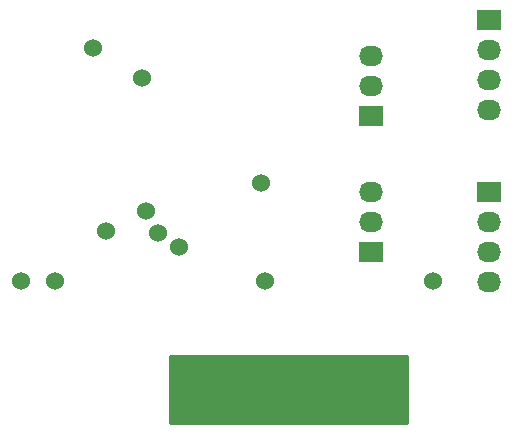
<source format=gbr>
G04 #@! TF.FileFunction,Soldermask,Top*
%FSLAX46Y46*%
G04 Gerber Fmt 4.6, Leading zero omitted, Abs format (unit mm)*
G04 Created by KiCad (PCBNEW 4.0.6-e0-6349~53~ubuntu14.04.1) date Tue Apr 25 14:47:51 2017*
%MOMM*%
%LPD*%
G01*
G04 APERTURE LIST*
%ADD10C,0.100000*%
%ADD11R,0.650240X3.599180*%
%ADD12R,0.650240X4.599940*%
%ADD13O,0.650240X0.650240*%
%ADD14R,2.032000X1.727200*%
%ADD15O,2.032000X1.727200*%
%ADD16C,1.524000*%
%ADD17C,0.254000*%
G04 APERTURE END LIST*
D10*
D11*
X159499600Y-99499620D03*
D12*
X158498840Y-100000000D03*
X157500620Y-100000000D03*
X156499860Y-100000000D03*
X155499100Y-100000000D03*
X154500880Y-100000000D03*
X153500120Y-100000000D03*
X152499360Y-100000000D03*
X151501140Y-100000000D03*
X150500380Y-100000000D03*
X149499620Y-100000000D03*
X144500900Y-100000000D03*
X143500140Y-100000000D03*
X142499380Y-100000000D03*
X141501160Y-100000000D03*
X140500400Y-100000000D03*
X146499880Y-100000000D03*
X145499120Y-100000000D03*
D13*
X156499860Y-102301240D03*
X155499100Y-102301240D03*
X154500880Y-102301240D03*
X153500120Y-102301240D03*
X152499360Y-102301240D03*
X151501140Y-102301240D03*
X150500380Y-102301240D03*
X144500900Y-102301240D03*
X143500140Y-102301240D03*
X157500620Y-102301240D03*
X145499120Y-102301240D03*
X142499380Y-102301240D03*
X149499620Y-102301240D03*
X146499880Y-102301240D03*
X141501160Y-102301240D03*
X140500400Y-102301240D03*
X158498840Y-102301240D03*
D14*
X157000000Y-77270000D03*
D15*
X157000000Y-74730000D03*
X157000000Y-72190000D03*
D14*
X157000000Y-88770000D03*
D15*
X157000000Y-86230000D03*
X157000000Y-83690000D03*
D16*
X148000000Y-91300000D03*
X162300000Y-91300000D03*
X127400000Y-91300000D03*
X130300000Y-91300000D03*
D14*
X167000000Y-69190000D03*
D15*
X167000000Y-71730000D03*
X167000000Y-74270000D03*
X167000000Y-76810000D03*
D14*
X167000000Y-83690000D03*
D15*
X167000000Y-86230000D03*
X167000000Y-88770000D03*
X167000000Y-91310000D03*
D16*
X139000000Y-87200000D03*
X133500000Y-71500000D03*
X138000000Y-85300000D03*
X137600000Y-74100000D03*
X140800000Y-88400000D03*
X147700000Y-83000000D03*
X134600000Y-87000000D03*
D17*
G36*
X160023000Y-103298000D02*
X139977000Y-103298000D01*
X139977000Y-97602000D01*
X160023000Y-97602000D01*
X160023000Y-103298000D01*
X160023000Y-103298000D01*
G37*
X160023000Y-103298000D02*
X139977000Y-103298000D01*
X139977000Y-97602000D01*
X160023000Y-97602000D01*
X160023000Y-103298000D01*
M02*

</source>
